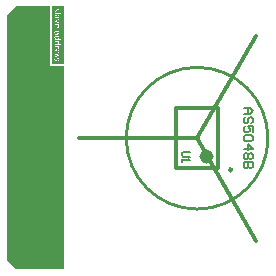
<source format=gto>
G04 Layer_Color=65535*
%FSLAX25Y25*%
%MOIN*%
G70*
G01*
G75*
%ADD11C,0.01200*%
%ADD12C,0.01000*%
%ADD22C,0.02362*%
%ADD23C,0.00984*%
%ADD24C,0.00600*%
G36*
X328027Y279873D02*
X324170D01*
Y299000D01*
X328027D01*
Y279873D01*
D02*
G37*
G36*
X323500Y299000D02*
X323500Y279000D01*
X328000Y279000D01*
X328000Y211262D01*
X312261D01*
X309000Y214233D01*
X309000Y296000D01*
X312000Y299000D01*
X323500Y299000D01*
D02*
G37*
%LPC*%
G36*
X325770Y287440D02*
X325681D01*
X325629Y287437D01*
X325577Y287429D01*
X325533Y287426D01*
X325496Y287418D01*
X325466Y287415D01*
X325448Y287411D01*
X325440D01*
X325389Y287396D01*
X325344Y287381D01*
X325300Y287363D01*
X325266Y287348D01*
X325237Y287333D01*
X325215Y287322D01*
X325200Y287315D01*
X325196Y287311D01*
X325159Y287281D01*
X325126Y287252D01*
X325096Y287222D01*
X325074Y287193D01*
X325056Y287167D01*
X325041Y287148D01*
X325033Y287133D01*
X325030Y287130D01*
X325011Y287085D01*
X324996Y287037D01*
X324985Y286993D01*
X324978Y286948D01*
X324974Y286911D01*
X324970Y286882D01*
Y286863D01*
Y286856D01*
X324974Y286804D01*
X324981Y286752D01*
X324993Y286708D01*
X325004Y286667D01*
X325015Y286634D01*
X325026Y286612D01*
X325033Y286593D01*
X325037Y286589D01*
X325067Y286545D01*
X325096Y286501D01*
X325130Y286460D01*
X325159Y286427D01*
X325189Y286397D01*
X325211Y286371D01*
X325226Y286356D01*
X325229Y286353D01*
X325037D01*
X325022Y286349D01*
X325015D01*
X325004Y286334D01*
X325000Y286330D01*
Y286327D01*
X324996Y286301D01*
X324993Y286293D01*
Y286290D01*
X324989Y286271D01*
Y286253D01*
Y286238D01*
Y286234D01*
Y286212D01*
X324993Y286193D01*
Y286182D01*
Y286179D01*
X324996Y286164D01*
Y286153D01*
X325000Y286149D01*
Y286145D01*
X325007Y286127D01*
X325011Y286123D01*
X325030Y286116D01*
X327168D01*
X327183Y286120D01*
X327187Y286123D01*
X327198Y286138D01*
X327202Y286142D01*
Y286145D01*
X327205Y286157D01*
X327209Y286171D01*
X327213Y286182D01*
Y286186D01*
X327216Y286208D01*
X327220Y286230D01*
Y286245D01*
Y286249D01*
Y286253D01*
Y286279D01*
X327216Y286297D01*
X327213Y286312D01*
Y286316D01*
X327209Y286334D01*
X327205Y286345D01*
X327202Y286353D01*
Y286356D01*
X327194Y286371D01*
X327190Y286379D01*
X327187D01*
X327176Y286382D01*
X326332D01*
X326369Y286419D01*
X326402Y286460D01*
X326432Y286493D01*
X326454Y286526D01*
X326473Y286552D01*
X326484Y286575D01*
X326491Y286589D01*
X326495Y286593D01*
X326513Y286634D01*
X326528Y286671D01*
X326536Y286712D01*
X326543Y286745D01*
X326547Y286778D01*
X326550Y286800D01*
Y286815D01*
Y286823D01*
X326547Y286878D01*
X326543Y286930D01*
X326532Y286974D01*
X326521Y287015D01*
X326510Y287048D01*
X326502Y287070D01*
X326495Y287089D01*
X326491Y287093D01*
X326469Y287133D01*
X326443Y287170D01*
X326417Y287204D01*
X326388Y287233D01*
X326365Y287255D01*
X326347Y287270D01*
X326332Y287281D01*
X326328Y287285D01*
X326288Y287311D01*
X326243Y287337D01*
X326203Y287355D01*
X326162Y287374D01*
X326125Y287385D01*
X326099Y287396D01*
X326080Y287400D01*
X326073Y287403D01*
X325958Y287426D01*
X325903Y287433D01*
X325851Y287437D01*
X325807D01*
X325770Y287440D01*
D02*
G37*
G36*
Y289161D02*
X325681D01*
X325629Y289157D01*
X325577Y289150D01*
X325533Y289146D01*
X325496Y289139D01*
X325466Y289135D01*
X325448Y289131D01*
X325440D01*
X325389Y289117D01*
X325344Y289102D01*
X325300Y289083D01*
X325266Y289068D01*
X325237Y289054D01*
X325215Y289042D01*
X325200Y289035D01*
X325196Y289031D01*
X325159Y289002D01*
X325126Y288972D01*
X325096Y288943D01*
X325074Y288913D01*
X325056Y288887D01*
X325041Y288869D01*
X325033Y288854D01*
X325030Y288850D01*
X325011Y288806D01*
X324996Y288758D01*
X324985Y288713D01*
X324978Y288669D01*
X324974Y288632D01*
X324970Y288602D01*
Y288584D01*
Y288576D01*
X324974Y288525D01*
X324981Y288473D01*
X324993Y288428D01*
X325004Y288388D01*
X325015Y288354D01*
X325026Y288332D01*
X325033Y288314D01*
X325037Y288310D01*
X325067Y288265D01*
X325096Y288221D01*
X325130Y288180D01*
X325159Y288147D01*
X325189Y288118D01*
X325211Y288092D01*
X325226Y288077D01*
X325229Y288073D01*
X325037D01*
X325022Y288069D01*
X325015D01*
X325004Y288055D01*
X325000Y288051D01*
Y288047D01*
X324996Y288021D01*
X324993Y288014D01*
Y288010D01*
X324989Y287992D01*
Y287973D01*
Y287958D01*
Y287955D01*
Y287932D01*
X324993Y287914D01*
Y287903D01*
Y287899D01*
X324996Y287884D01*
Y287873D01*
X325000Y287870D01*
Y287866D01*
X325007Y287847D01*
X325011Y287844D01*
X325030Y287836D01*
X327168D01*
X327183Y287840D01*
X327187Y287844D01*
X327198Y287859D01*
X327202Y287862D01*
Y287866D01*
X327205Y287877D01*
X327209Y287892D01*
X327213Y287903D01*
Y287907D01*
X327216Y287929D01*
X327220Y287951D01*
Y287966D01*
Y287969D01*
Y287973D01*
Y287999D01*
X327216Y288018D01*
X327213Y288032D01*
Y288036D01*
X327209Y288055D01*
X327205Y288066D01*
X327202Y288073D01*
Y288077D01*
X327194Y288092D01*
X327190Y288099D01*
X327187D01*
X327176Y288103D01*
X326332D01*
X326369Y288140D01*
X326402Y288180D01*
X326432Y288214D01*
X326454Y288247D01*
X326473Y288273D01*
X326484Y288295D01*
X326491Y288310D01*
X326495Y288314D01*
X326513Y288354D01*
X326528Y288391D01*
X326536Y288432D01*
X326543Y288465D01*
X326547Y288499D01*
X326550Y288521D01*
Y288536D01*
Y288543D01*
X326547Y288598D01*
X326543Y288650D01*
X326532Y288695D01*
X326521Y288735D01*
X326510Y288769D01*
X326502Y288791D01*
X326495Y288809D01*
X326491Y288813D01*
X326469Y288854D01*
X326443Y288891D01*
X326417Y288924D01*
X326388Y288954D01*
X326365Y288976D01*
X326347Y288991D01*
X326332Y289002D01*
X326328Y289005D01*
X326288Y289031D01*
X326243Y289057D01*
X326203Y289076D01*
X326162Y289094D01*
X326125Y289105D01*
X326099Y289117D01*
X326080Y289120D01*
X326073Y289124D01*
X325958Y289146D01*
X325903Y289154D01*
X325851Y289157D01*
X325807D01*
X325770Y289161D01*
D02*
G37*
G36*
X325426Y290733D02*
X325407D01*
X325333Y290730D01*
X325303Y290722D01*
X325277Y290715D01*
X325252Y290711D01*
X325237Y290704D01*
X325226Y290700D01*
X325222D01*
X325167Y290670D01*
X325141Y290652D01*
X325122Y290637D01*
X325104Y290622D01*
X325093Y290611D01*
X325085Y290604D01*
X325081Y290600D01*
X325044Y290548D01*
X325019Y290497D01*
X325011Y290478D01*
X325004Y290460D01*
X325000Y290448D01*
Y290445D01*
X324981Y290374D01*
X324978Y290337D01*
X324974Y290308D01*
X324970Y290278D01*
Y290256D01*
Y290241D01*
Y290238D01*
X324974Y290190D01*
X324978Y290145D01*
X324985Y290104D01*
X324996Y290067D01*
X325007Y290038D01*
X325015Y290012D01*
X325019Y289997D01*
X325022Y289993D01*
X325044Y289949D01*
X325070Y289912D01*
X325096Y289875D01*
X325122Y289842D01*
X325144Y289820D01*
X325163Y289797D01*
X325174Y289786D01*
X325178Y289783D01*
X325033D01*
X325022Y289779D01*
X325015Y289775D01*
X325007Y289771D01*
X325004Y289760D01*
X325000Y289749D01*
X324996Y289738D01*
Y289734D01*
X324993Y289712D01*
X324989Y289690D01*
Y289675D01*
Y289668D01*
Y289642D01*
X324993Y289620D01*
X324996Y289609D01*
Y289605D01*
X325000Y289586D01*
X325004Y289575D01*
X325007Y289572D01*
Y289568D01*
X325015Y289561D01*
X325022Y289553D01*
X326055D01*
X326099Y289557D01*
X326140Y289564D01*
X326173Y289568D01*
X326203Y289575D01*
X326221Y289583D01*
X326236Y289586D01*
X326239D01*
X326276Y289598D01*
X326310Y289612D01*
X326339Y289631D01*
X326365Y289646D01*
X326384Y289660D01*
X326399Y289671D01*
X326406Y289679D01*
X326410Y289683D01*
X326432Y289708D01*
X326454Y289738D01*
X326487Y289797D01*
X326499Y289823D01*
X326506Y289842D01*
X326513Y289857D01*
Y289860D01*
X326524Y289901D01*
X326536Y289945D01*
X326543Y289990D01*
X326547Y290030D01*
X326550Y290067D01*
Y290097D01*
Y290115D01*
Y290123D01*
X326547Y290182D01*
X326543Y290212D01*
Y290234D01*
X326539Y290256D01*
X326536Y290271D01*
X326532Y290282D01*
Y290286D01*
X326521Y290345D01*
X326513Y290371D01*
X326510Y290393D01*
X326502Y290411D01*
X326499Y290426D01*
X326495Y290434D01*
Y290437D01*
X326476Y290486D01*
X326462Y290523D01*
X326454Y290537D01*
X326447Y290548D01*
X326443Y290556D01*
Y290560D01*
X326425Y290593D01*
X326410Y290615D01*
X326399Y290630D01*
X326395Y290634D01*
X326380Y290645D01*
X326365Y290652D01*
X326354Y290659D01*
X326350D01*
X326332Y290663D01*
X326243D01*
X326221Y290656D01*
X326214Y290652D01*
X326210D01*
X326195Y290641D01*
X326191Y290637D01*
X326188Y290619D01*
Y290615D01*
Y290611D01*
X326191Y290597D01*
X326199Y290578D01*
X326206Y290563D01*
X326210Y290556D01*
X326228Y290523D01*
X326243Y290489D01*
X326251Y290478D01*
X326254Y290467D01*
X326258Y290460D01*
Y290456D01*
X326280Y290411D01*
X326295Y290367D01*
X326302Y290349D01*
X326306Y290334D01*
X326310Y290326D01*
Y290323D01*
X326325Y290264D01*
X326332Y290204D01*
X326336Y290182D01*
Y290164D01*
Y290149D01*
Y290145D01*
X326332Y290082D01*
X326328Y290056D01*
X326325Y290034D01*
X326321Y290019D01*
X326317Y290004D01*
X326313Y289997D01*
Y289993D01*
X326295Y289953D01*
X326273Y289919D01*
X326254Y289901D01*
X326251Y289894D01*
X326247D01*
X326214Y289868D01*
X326177Y289849D01*
X326162Y289842D01*
X326151Y289838D01*
X326143Y289834D01*
X326140D01*
X326092Y289823D01*
X326043Y289820D01*
X326025Y289816D01*
X325884D01*
Y290016D01*
Y290075D01*
X325881Y290134D01*
X325877Y290186D01*
X325869Y290230D01*
X325866Y290267D01*
X325858Y290293D01*
X325855Y290312D01*
Y290319D01*
X325844Y290367D01*
X325829Y290411D01*
X325814Y290448D01*
X325799Y290482D01*
X325788Y290508D01*
X325777Y290526D01*
X325770Y290541D01*
X325766Y290545D01*
X325744Y290578D01*
X325718Y290604D01*
X325692Y290630D01*
X325670Y290648D01*
X325647Y290667D01*
X325629Y290678D01*
X325618Y290682D01*
X325614Y290685D01*
X325581Y290700D01*
X325544Y290711D01*
X325511Y290722D01*
X325477Y290726D01*
X325448Y290730D01*
X325426Y290733D01*
D02*
G37*
G36*
X326484Y285627D02*
X325037D01*
X325022Y285624D01*
X325015D01*
X325004Y285609D01*
X325000Y285605D01*
Y285601D01*
X324996Y285576D01*
X324993Y285568D01*
Y285564D01*
X324989Y285542D01*
Y285520D01*
Y285505D01*
Y285498D01*
Y285472D01*
X324993Y285450D01*
Y285439D01*
Y285435D01*
X324996Y285417D01*
Y285405D01*
X325000Y285398D01*
Y285394D01*
X325011Y285376D01*
X325015Y285372D01*
X325030Y285365D01*
X325984D01*
X326043Y285324D01*
X326069Y285309D01*
X326092Y285294D01*
X326110Y285283D01*
X326121Y285272D01*
X326129Y285268D01*
X326132Y285265D01*
X326173Y285231D01*
X326206Y285202D01*
X326225Y285183D01*
X326232Y285176D01*
X326254Y285143D01*
X326273Y285117D01*
X326280Y285102D01*
X326284Y285095D01*
X326295Y285065D01*
X326299Y285043D01*
X326302Y285024D01*
Y285017D01*
Y284995D01*
X326299Y284973D01*
X326295Y284958D01*
Y284954D01*
X326291Y284932D01*
X326284Y284917D01*
X326280Y284906D01*
Y284902D01*
X326276Y284887D01*
X326269Y284873D01*
X326265Y284865D01*
Y284861D01*
X326258Y284839D01*
Y284832D01*
Y284828D01*
X326262Y284813D01*
X326265Y284810D01*
X326280Y284802D01*
X326284Y284799D01*
X326288D01*
X326313Y284791D01*
X326325D01*
X326343Y284788D01*
X326425D01*
X326436Y284791D01*
X326465D01*
X326469Y284795D01*
X326487D01*
X326491Y284799D01*
X326502Y284806D01*
X326506Y284810D01*
Y284813D01*
X326513Y284821D01*
X326517Y284832D01*
X326521Y284843D01*
Y284847D01*
X326528Y284865D01*
X326532Y284880D01*
X326536Y284895D01*
Y284898D01*
X326539Y284917D01*
X326543Y284935D01*
X326547Y284947D01*
Y284950D01*
X326550Y284969D01*
Y284984D01*
Y284995D01*
Y284998D01*
X326547Y285032D01*
X326543Y285061D01*
X326539Y285084D01*
X326536Y285087D01*
Y285091D01*
X326524Y285124D01*
X326510Y285154D01*
X326495Y285176D01*
X326491Y285180D01*
Y285183D01*
X326465Y285217D01*
X326439Y285246D01*
X326417Y285272D01*
X326410Y285276D01*
X326406Y285280D01*
X326362Y285320D01*
X326317Y285354D01*
X326295Y285368D01*
X326280Y285380D01*
X326269Y285387D01*
X326265Y285391D01*
X326476D01*
X326495Y285394D01*
X326499Y285398D01*
X326506Y285402D01*
X326510Y285409D01*
X326513Y285413D01*
Y285417D01*
X326517Y285428D01*
X326521Y285439D01*
X326524Y285450D01*
Y285454D01*
X326528Y285472D01*
Y285490D01*
Y285502D01*
Y285509D01*
Y285535D01*
Y285553D01*
X326524Y285564D01*
Y285568D01*
X326521Y285583D01*
X326517Y285594D01*
X326513Y285601D01*
Y285605D01*
X326510Y285613D01*
X326502Y285620D01*
X326499Y285624D01*
X326484Y285627D01*
D02*
G37*
G36*
X325263Y281691D02*
X325174D01*
X325152Y281687D01*
X325133Y281683D01*
X325130D01*
X325111Y281676D01*
X325096Y281668D01*
X325089Y281665D01*
X325085Y281661D01*
X325074Y281646D01*
X325063Y281628D01*
X325052Y281613D01*
X325048Y281606D01*
X325033Y281572D01*
X325022Y281543D01*
X325015Y281517D01*
X325011Y281513D01*
Y281509D01*
X325000Y281465D01*
X324993Y281428D01*
X324989Y281409D01*
Y281398D01*
X324985Y281391D01*
Y281387D01*
X324978Y281335D01*
X324974Y281287D01*
X324970Y281269D01*
Y281254D01*
Y281243D01*
Y281239D01*
Y281195D01*
X324974Y281150D01*
X324981Y281110D01*
X324985Y281076D01*
X324993Y281050D01*
X324996Y281028D01*
X325000Y281013D01*
Y281010D01*
X325011Y280973D01*
X325026Y280940D01*
X325041Y280906D01*
X325056Y280880D01*
X325070Y280862D01*
X325078Y280847D01*
X325085Y280836D01*
X325089Y280832D01*
X325137Y280784D01*
X325185Y280747D01*
X325203Y280736D01*
X325218Y280725D01*
X325229Y280717D01*
X325233D01*
X325266Y280703D01*
X325300Y280692D01*
X325333Y280684D01*
X325363Y280677D01*
X325389D01*
X325411Y280673D01*
X325429D01*
X325492Y280677D01*
X325522Y280684D01*
X325544Y280688D01*
X325562Y280695D01*
X325577Y280703D01*
X325585Y280706D01*
X325588D01*
X325636Y280732D01*
X325673Y280758D01*
X325684Y280769D01*
X325696Y280780D01*
X325699Y280784D01*
X325703Y280788D01*
X325736Y280828D01*
X325762Y280866D01*
X325770Y280884D01*
X325777Y280895D01*
X325784Y280903D01*
Y280906D01*
X325810Y280954D01*
X325829Y280999D01*
X325836Y281013D01*
X325844Y281028D01*
X325847Y281036D01*
Y281039D01*
X325866Y281087D01*
X325884Y281132D01*
X325888Y281147D01*
X325895Y281161D01*
X325899Y281169D01*
Y281173D01*
X325918Y281221D01*
X325936Y281258D01*
X325943Y281273D01*
X325951Y281280D01*
X325955Y281287D01*
Y281291D01*
X325980Y281324D01*
X326003Y281350D01*
X326021Y281365D01*
X326029Y281372D01*
X326066Y281391D01*
X326099Y281398D01*
X326114Y281402D01*
X326136D01*
X326169Y281398D01*
X326195Y281395D01*
X326210Y281391D01*
X326217Y281387D01*
X326243Y281372D01*
X326265Y281358D01*
X326280Y281343D01*
X326284Y281339D01*
X326302Y281313D01*
X326317Y281284D01*
X326325Y281261D01*
X326328Y281258D01*
Y281254D01*
X326339Y281213D01*
X326343Y281176D01*
X326347Y281158D01*
Y281147D01*
Y281139D01*
Y281136D01*
X326343Y281084D01*
X326339Y281039D01*
X326336Y281025D01*
X326332Y281013D01*
X326328Y281006D01*
Y281002D01*
X326313Y280962D01*
X326302Y280928D01*
X326291Y280910D01*
X326288Y280903D01*
X326273Y280873D01*
X326262Y280851D01*
X326254Y280836D01*
X326251Y280832D01*
X326243Y280814D01*
X326239Y280803D01*
X326236Y280795D01*
Y280791D01*
X326239Y280777D01*
Y280773D01*
X326251Y280766D01*
X326258Y280762D01*
X326276Y280754D01*
X326284Y280751D01*
X326288D01*
X326306Y280747D01*
X326369D01*
X326376Y280751D01*
X326380D01*
X326402Y280754D01*
X326406Y280758D01*
X326410D01*
X326425Y280762D01*
X326432Y280766D01*
X326439Y280769D01*
X326447Y280777D01*
X326454Y280784D01*
Y280788D01*
X326465Y280803D01*
X326473Y280817D01*
X326480Y280828D01*
X326484Y280836D01*
X326495Y280862D01*
X326506Y280888D01*
X326510Y280910D01*
X326513Y280914D01*
Y280917D01*
X326524Y280951D01*
X326532Y280984D01*
X326536Y280999D01*
X326539Y281010D01*
Y281017D01*
Y281021D01*
X326547Y281062D01*
X326550Y281099D01*
Y281110D01*
Y281121D01*
Y281128D01*
Y281132D01*
Y281180D01*
X326543Y281224D01*
X326539Y281265D01*
X326532Y281298D01*
X326524Y281328D01*
X326521Y281347D01*
X326513Y281361D01*
Y281365D01*
X326484Y281432D01*
X326469Y281457D01*
X326454Y281483D01*
X326443Y281502D01*
X326432Y281517D01*
X326425Y281524D01*
X326421Y281528D01*
X326376Y281569D01*
X326332Y281598D01*
X326313Y281609D01*
X326299Y281617D01*
X326288Y281624D01*
X326284D01*
X326225Y281643D01*
X326173Y281650D01*
X326151Y281654D01*
X326121D01*
X326055Y281650D01*
X326025Y281643D01*
X326003Y281639D01*
X325980Y281631D01*
X325966Y281628D01*
X325958Y281624D01*
X325955D01*
X325906Y281598D01*
X325869Y281572D01*
X325855Y281561D01*
X325847Y281550D01*
X325840Y281546D01*
X325836Y281543D01*
X325803Y281502D01*
X325777Y281465D01*
X325770Y281450D01*
X325762Y281439D01*
X325755Y281432D01*
Y281428D01*
X325733Y281380D01*
X325710Y281335D01*
X325703Y281321D01*
X325696Y281306D01*
X325692Y281298D01*
Y281295D01*
X325673Y281243D01*
X325655Y281202D01*
X325651Y281184D01*
X325644Y281173D01*
X325640Y281165D01*
Y281161D01*
X325622Y281117D01*
X325603Y281080D01*
X325596Y281065D01*
X325592Y281054D01*
X325585Y281050D01*
Y281047D01*
X325562Y281013D01*
X325536Y280988D01*
X325518Y280969D01*
X325514Y280965D01*
X325511D01*
X325477Y280947D01*
X325444Y280936D01*
X325433Y280932D01*
X325411D01*
X325370Y280936D01*
X325337Y280943D01*
X325314Y280951D01*
X325311Y280954D01*
X325307D01*
X325277Y280973D01*
X325255Y280995D01*
X325237Y281010D01*
X325233Y281013D01*
Y281017D01*
X325215Y281050D01*
X325203Y281080D01*
X325196Y281102D01*
X325192Y281110D01*
Y281113D01*
X325185Y281154D01*
X325181Y281191D01*
Y281210D01*
Y281221D01*
Y281228D01*
Y281232D01*
X325185Y281295D01*
X325189Y281324D01*
X325192Y281347D01*
Y281369D01*
X325196Y281383D01*
X325200Y281391D01*
Y281395D01*
X325218Y281443D01*
X325233Y281480D01*
X325240Y281494D01*
X325244Y281502D01*
X325248Y281509D01*
Y281513D01*
X325266Y281546D01*
X325281Y281572D01*
X325292Y281591D01*
X325296Y281598D01*
X325311Y281620D01*
X325314Y281635D01*
X325318Y281643D01*
Y281646D01*
X325314Y281661D01*
X325311Y281665D01*
Y281668D01*
X325307Y281672D01*
X325300Y281680D01*
X325296Y281683D01*
X325292D01*
X325281Y281687D01*
X325270D01*
X325263Y281691D01*
D02*
G37*
G36*
Y282971D02*
X325174D01*
X325152Y282967D01*
X325133Y282963D01*
X325130D01*
X325111Y282956D01*
X325096Y282949D01*
X325089Y282945D01*
X325085Y282941D01*
X325074Y282926D01*
X325063Y282908D01*
X325052Y282893D01*
X325048Y282886D01*
X325033Y282852D01*
X325022Y282823D01*
X325015Y282797D01*
X325011Y282793D01*
Y282789D01*
X325000Y282745D01*
X324993Y282708D01*
X324989Y282690D01*
Y282679D01*
X324985Y282671D01*
Y282667D01*
X324978Y282616D01*
X324974Y282568D01*
X324970Y282549D01*
Y282534D01*
Y282523D01*
Y282519D01*
Y282475D01*
X324974Y282431D01*
X324981Y282390D01*
X324985Y282357D01*
X324993Y282331D01*
X324996Y282309D01*
X325000Y282294D01*
Y282290D01*
X325011Y282253D01*
X325026Y282220D01*
X325041Y282186D01*
X325056Y282160D01*
X325070Y282142D01*
X325078Y282127D01*
X325085Y282116D01*
X325089Y282112D01*
X325137Y282064D01*
X325185Y282027D01*
X325203Y282016D01*
X325218Y282005D01*
X325229Y281998D01*
X325233D01*
X325266Y281983D01*
X325300Y281972D01*
X325333Y281964D01*
X325363Y281957D01*
X325389D01*
X325411Y281953D01*
X325429D01*
X325492Y281957D01*
X325522Y281964D01*
X325544Y281968D01*
X325562Y281976D01*
X325577Y281983D01*
X325585Y281987D01*
X325588D01*
X325636Y282013D01*
X325673Y282038D01*
X325684Y282049D01*
X325696Y282061D01*
X325699Y282064D01*
X325703Y282068D01*
X325736Y282109D01*
X325762Y282146D01*
X325770Y282164D01*
X325777Y282175D01*
X325784Y282183D01*
Y282186D01*
X325810Y282235D01*
X325829Y282279D01*
X325836Y282294D01*
X325844Y282309D01*
X325847Y282316D01*
Y282320D01*
X325866Y282368D01*
X325884Y282412D01*
X325888Y282427D01*
X325895Y282442D01*
X325899Y282449D01*
Y282453D01*
X325918Y282501D01*
X325936Y282538D01*
X325943Y282553D01*
X325951Y282560D01*
X325955Y282568D01*
Y282571D01*
X325980Y282605D01*
X326003Y282630D01*
X326021Y282645D01*
X326029Y282653D01*
X326066Y282671D01*
X326099Y282679D01*
X326114Y282682D01*
X326136D01*
X326169Y282679D01*
X326195Y282675D01*
X326210Y282671D01*
X326217Y282667D01*
X326243Y282653D01*
X326265Y282638D01*
X326280Y282623D01*
X326284Y282619D01*
X326302Y282593D01*
X326317Y282564D01*
X326325Y282542D01*
X326328Y282538D01*
Y282534D01*
X326339Y282493D01*
X326343Y282456D01*
X326347Y282438D01*
Y282427D01*
Y282419D01*
Y282416D01*
X326343Y282364D01*
X326339Y282320D01*
X326336Y282305D01*
X326332Y282294D01*
X326328Y282286D01*
Y282283D01*
X326313Y282242D01*
X326302Y282209D01*
X326291Y282190D01*
X326288Y282183D01*
X326273Y282153D01*
X326262Y282131D01*
X326254Y282116D01*
X326251Y282112D01*
X326243Y282094D01*
X326239Y282083D01*
X326236Y282075D01*
Y282072D01*
X326239Y282057D01*
Y282053D01*
X326251Y282046D01*
X326258Y282042D01*
X326276Y282035D01*
X326284Y282031D01*
X326288D01*
X326306Y282027D01*
X326369D01*
X326376Y282031D01*
X326380D01*
X326402Y282035D01*
X326406Y282038D01*
X326410D01*
X326425Y282042D01*
X326432Y282046D01*
X326439Y282049D01*
X326447Y282057D01*
X326454Y282064D01*
Y282068D01*
X326465Y282083D01*
X326473Y282098D01*
X326480Y282109D01*
X326484Y282116D01*
X326495Y282142D01*
X326506Y282168D01*
X326510Y282190D01*
X326513Y282194D01*
Y282197D01*
X326524Y282231D01*
X326532Y282264D01*
X326536Y282279D01*
X326539Y282290D01*
Y282297D01*
Y282301D01*
X326547Y282342D01*
X326550Y282379D01*
Y282390D01*
Y282401D01*
Y282408D01*
Y282412D01*
Y282460D01*
X326543Y282505D01*
X326539Y282545D01*
X326532Y282579D01*
X326524Y282608D01*
X326521Y282627D01*
X326513Y282642D01*
Y282645D01*
X326484Y282712D01*
X326469Y282738D01*
X326454Y282764D01*
X326443Y282782D01*
X326432Y282797D01*
X326425Y282804D01*
X326421Y282808D01*
X326376Y282849D01*
X326332Y282878D01*
X326313Y282889D01*
X326299Y282897D01*
X326288Y282904D01*
X326284D01*
X326225Y282923D01*
X326173Y282930D01*
X326151Y282934D01*
X326121D01*
X326055Y282930D01*
X326025Y282923D01*
X326003Y282919D01*
X325980Y282912D01*
X325966Y282908D01*
X325958Y282904D01*
X325955D01*
X325906Y282878D01*
X325869Y282852D01*
X325855Y282841D01*
X325847Y282830D01*
X325840Y282826D01*
X325836Y282823D01*
X325803Y282782D01*
X325777Y282745D01*
X325770Y282730D01*
X325762Y282719D01*
X325755Y282712D01*
Y282708D01*
X325733Y282660D01*
X325710Y282616D01*
X325703Y282601D01*
X325696Y282586D01*
X325692Y282579D01*
Y282575D01*
X325673Y282523D01*
X325655Y282482D01*
X325651Y282464D01*
X325644Y282453D01*
X325640Y282445D01*
Y282442D01*
X325622Y282397D01*
X325603Y282360D01*
X325596Y282346D01*
X325592Y282334D01*
X325585Y282331D01*
Y282327D01*
X325562Y282294D01*
X325536Y282268D01*
X325518Y282249D01*
X325514Y282246D01*
X325511D01*
X325477Y282227D01*
X325444Y282216D01*
X325433Y282212D01*
X325411D01*
X325370Y282216D01*
X325337Y282223D01*
X325314Y282231D01*
X325311Y282235D01*
X325307D01*
X325277Y282253D01*
X325255Y282275D01*
X325237Y282290D01*
X325233Y282294D01*
Y282297D01*
X325215Y282331D01*
X325203Y282360D01*
X325196Y282382D01*
X325192Y282390D01*
Y282394D01*
X325185Y282434D01*
X325181Y282471D01*
Y282490D01*
Y282501D01*
Y282508D01*
Y282512D01*
X325185Y282575D01*
X325189Y282605D01*
X325192Y282627D01*
Y282649D01*
X325196Y282664D01*
X325200Y282671D01*
Y282675D01*
X325218Y282723D01*
X325233Y282760D01*
X325240Y282775D01*
X325244Y282782D01*
X325248Y282789D01*
Y282793D01*
X325266Y282826D01*
X325281Y282852D01*
X325292Y282871D01*
X325296Y282878D01*
X325311Y282901D01*
X325314Y282915D01*
X325318Y282923D01*
Y282926D01*
X325314Y282941D01*
X325311Y282945D01*
Y282949D01*
X325307Y282952D01*
X325300Y282960D01*
X325296Y282963D01*
X325292D01*
X325281Y282967D01*
X325270D01*
X325263Y282971D01*
D02*
G37*
G36*
X325781Y284580D02*
X325751D01*
X325681Y284577D01*
X325614Y284573D01*
X325555Y284565D01*
X325507Y284558D01*
X325463Y284551D01*
X325433Y284543D01*
X325414Y284536D01*
X325407D01*
X325355Y284517D01*
X325307Y284495D01*
X325266Y284473D01*
X325229Y284451D01*
X325203Y284429D01*
X325181Y284414D01*
X325167Y284403D01*
X325163Y284399D01*
X325130Y284362D01*
X325100Y284325D01*
X325074Y284288D01*
X325056Y284251D01*
X325041Y284221D01*
X325026Y284195D01*
X325022Y284181D01*
X325019Y284173D01*
X325004Y284121D01*
X324993Y284070D01*
X324981Y284018D01*
X324978Y283966D01*
X324974Y283925D01*
X324970Y283892D01*
Y283870D01*
Y283866D01*
Y283862D01*
X324974Y283788D01*
Y283755D01*
X324978Y283726D01*
X324981Y283703D01*
Y283685D01*
X324985Y283674D01*
Y283670D01*
X324996Y283607D01*
X325004Y283578D01*
X325007Y283555D01*
X325011Y283537D01*
X325015Y283522D01*
X325019Y283515D01*
Y283511D01*
X325033Y283463D01*
X325044Y283426D01*
X325048Y283415D01*
X325052Y283404D01*
X325056Y283400D01*
Y283396D01*
X325070Y283370D01*
X325078Y283352D01*
X325085Y283345D01*
X325096Y283337D01*
X325100Y283333D01*
X325115Y283326D01*
X325122Y283322D01*
X325144Y283319D01*
X325152D01*
X325178Y283315D01*
X325226D01*
X325233Y283319D01*
X325237D01*
X325259Y283322D01*
X325263Y283326D01*
X325266D01*
X325281Y283333D01*
X325285Y283337D01*
Y283341D01*
X325292Y283352D01*
Y283356D01*
Y283359D01*
X325289Y283378D01*
X325285Y283396D01*
X325277Y283411D01*
X325274Y283415D01*
Y283418D01*
X325263Y283448D01*
X325252Y283481D01*
X325240Y283504D01*
X325237Y283511D01*
Y283515D01*
X325222Y283563D01*
X325211Y283607D01*
X325207Y283626D01*
X325203Y283641D01*
X325200Y283652D01*
Y283655D01*
X325192Y283715D01*
X325189Y283774D01*
X325185Y283800D01*
Y283818D01*
Y283833D01*
Y283837D01*
Y283885D01*
X325189Y283925D01*
X325196Y283962D01*
X325203Y283996D01*
X325207Y284022D01*
X325215Y284044D01*
X325218Y284055D01*
Y284059D01*
X325252Y284118D01*
X325266Y284144D01*
X325285Y284162D01*
X325300Y284181D01*
X325311Y284192D01*
X325318Y284199D01*
X325322Y284203D01*
X325377Y284240D01*
X325433Y284266D01*
X325455Y284273D01*
X325474Y284281D01*
X325485Y284284D01*
X325488D01*
X325562Y284295D01*
X325599Y284303D01*
X325633D01*
X325662Y284307D01*
X325707D01*
Y283359D01*
X325710Y283330D01*
X325722Y283308D01*
X325729Y283293D01*
X325733Y283289D01*
X325759Y283271D01*
X325788Y283259D01*
X325810Y283256D01*
X325921D01*
X325969Y283263D01*
X326014Y283267D01*
X326055Y283274D01*
X326088Y283282D01*
X326110Y283285D01*
X326129Y283293D01*
X326132D01*
X326177Y283308D01*
X326217Y283326D01*
X326254Y283345D01*
X326284Y283363D01*
X326310Y283382D01*
X326332Y283396D01*
X326343Y283404D01*
X326347Y283407D01*
X326380Y283437D01*
X326410Y283470D01*
X326436Y283504D01*
X326454Y283533D01*
X326473Y283559D01*
X326484Y283581D01*
X326491Y283600D01*
X326495Y283604D01*
X326513Y283652D01*
X326528Y283700D01*
X326536Y283748D01*
X326543Y283792D01*
X326547Y283833D01*
X326550Y283862D01*
Y283885D01*
Y283888D01*
Y283892D01*
X326547Y283951D01*
X326543Y284003D01*
X326532Y284055D01*
X326524Y284096D01*
X326513Y284133D01*
X326502Y284158D01*
X326499Y284173D01*
X326495Y284181D01*
X326473Y284225D01*
X326447Y284269D01*
X326421Y284307D01*
X326395Y284336D01*
X326373Y284362D01*
X326354Y284384D01*
X326339Y284395D01*
X326336Y284399D01*
X326295Y284429D01*
X326254Y284458D01*
X326210Y284480D01*
X326173Y284499D01*
X326136Y284517D01*
X326110Y284528D01*
X326092Y284532D01*
X326084Y284536D01*
X326029Y284551D01*
X325969Y284562D01*
X325914Y284569D01*
X325862Y284573D01*
X325818Y284577D01*
X325781Y284580D01*
D02*
G37*
G36*
X325426Y296150D02*
X325407D01*
X325333Y296146D01*
X325303Y296139D01*
X325277Y296132D01*
X325252Y296128D01*
X325237Y296121D01*
X325226Y296117D01*
X325222D01*
X325167Y296087D01*
X325141Y296069D01*
X325122Y296054D01*
X325104Y296039D01*
X325093Y296028D01*
X325085Y296021D01*
X325081Y296017D01*
X325044Y295965D01*
X325019Y295913D01*
X325011Y295895D01*
X325004Y295876D01*
X325000Y295865D01*
Y295862D01*
X324981Y295791D01*
X324978Y295754D01*
X324974Y295725D01*
X324970Y295695D01*
Y295673D01*
Y295658D01*
Y295654D01*
X324974Y295606D01*
X324978Y295562D01*
X324985Y295521D01*
X324996Y295484D01*
X325007Y295455D01*
X325015Y295429D01*
X325019Y295414D01*
X325022Y295410D01*
X325044Y295366D01*
X325070Y295329D01*
X325096Y295292D01*
X325122Y295258D01*
X325144Y295236D01*
X325163Y295214D01*
X325174Y295203D01*
X325178Y295199D01*
X325033D01*
X325022Y295196D01*
X325015Y295192D01*
X325007Y295188D01*
X325004Y295177D01*
X325000Y295166D01*
X324996Y295155D01*
Y295151D01*
X324993Y295129D01*
X324989Y295107D01*
Y295092D01*
Y295085D01*
Y295059D01*
X324993Y295037D01*
X324996Y295025D01*
Y295022D01*
X325000Y295003D01*
X325004Y294992D01*
X325007Y294988D01*
Y294985D01*
X325015Y294977D01*
X325022Y294970D01*
X326055D01*
X326099Y294974D01*
X326140Y294981D01*
X326173Y294985D01*
X326203Y294992D01*
X326221Y295000D01*
X326236Y295003D01*
X326239D01*
X326276Y295014D01*
X326310Y295029D01*
X326339Y295048D01*
X326365Y295062D01*
X326384Y295077D01*
X326399Y295088D01*
X326406Y295096D01*
X326410Y295099D01*
X326432Y295125D01*
X326454Y295155D01*
X326487Y295214D01*
X326499Y295240D01*
X326506Y295258D01*
X326513Y295273D01*
Y295277D01*
X326524Y295318D01*
X326536Y295362D01*
X326543Y295407D01*
X326547Y295447D01*
X326550Y295484D01*
Y295514D01*
Y295532D01*
Y295540D01*
X326547Y295599D01*
X326543Y295628D01*
Y295651D01*
X326539Y295673D01*
X326536Y295688D01*
X326532Y295699D01*
Y295703D01*
X326521Y295762D01*
X326513Y295788D01*
X326510Y295810D01*
X326502Y295828D01*
X326499Y295843D01*
X326495Y295850D01*
Y295854D01*
X326476Y295902D01*
X326462Y295939D01*
X326454Y295954D01*
X326447Y295965D01*
X326443Y295973D01*
Y295976D01*
X326425Y296010D01*
X326410Y296032D01*
X326399Y296047D01*
X326395Y296050D01*
X326380Y296061D01*
X326365Y296069D01*
X326354Y296076D01*
X326350D01*
X326332Y296080D01*
X326243D01*
X326221Y296073D01*
X326214Y296069D01*
X326210D01*
X326195Y296058D01*
X326191Y296054D01*
X326188Y296036D01*
Y296032D01*
Y296028D01*
X326191Y296013D01*
X326199Y295995D01*
X326206Y295980D01*
X326210Y295973D01*
X326228Y295939D01*
X326243Y295906D01*
X326251Y295895D01*
X326254Y295884D01*
X326258Y295876D01*
Y295873D01*
X326280Y295828D01*
X326295Y295784D01*
X326302Y295765D01*
X326306Y295751D01*
X326310Y295743D01*
Y295740D01*
X326325Y295680D01*
X326332Y295621D01*
X326336Y295599D01*
Y295580D01*
Y295566D01*
Y295562D01*
X326332Y295499D01*
X326328Y295473D01*
X326325Y295451D01*
X326321Y295436D01*
X326317Y295421D01*
X326313Y295414D01*
Y295410D01*
X326295Y295370D01*
X326273Y295336D01*
X326254Y295318D01*
X326251Y295310D01*
X326247D01*
X326214Y295284D01*
X326177Y295266D01*
X326162Y295258D01*
X326151Y295255D01*
X326143Y295251D01*
X326140D01*
X326092Y295240D01*
X326043Y295236D01*
X326025Y295233D01*
X325884D01*
Y295432D01*
Y295492D01*
X325881Y295551D01*
X325877Y295603D01*
X325869Y295647D01*
X325866Y295684D01*
X325858Y295710D01*
X325855Y295728D01*
Y295736D01*
X325844Y295784D01*
X325829Y295828D01*
X325814Y295865D01*
X325799Y295899D01*
X325788Y295924D01*
X325777Y295943D01*
X325770Y295958D01*
X325766Y295961D01*
X325744Y295995D01*
X325718Y296021D01*
X325692Y296047D01*
X325670Y296065D01*
X325647Y296084D01*
X325629Y296095D01*
X325618Y296098D01*
X325614Y296102D01*
X325581Y296117D01*
X325544Y296128D01*
X325511Y296139D01*
X325477Y296143D01*
X325448Y296146D01*
X325426Y296150D01*
D02*
G37*
G36*
X326487Y294674D02*
X326469D01*
X326454Y294670D01*
X326447D01*
X326425Y294663D01*
X326417Y294659D01*
X326413D01*
X325044Y294171D01*
X325026Y294160D01*
X325022Y294152D01*
X325019D01*
X325004Y294134D01*
X325000Y294126D01*
Y294123D01*
X324996Y294104D01*
Y294089D01*
X324993Y294075D01*
Y294071D01*
X324989Y294045D01*
Y294019D01*
Y293997D01*
Y293993D01*
Y293989D01*
Y293956D01*
X324993Y293934D01*
Y293915D01*
Y293912D01*
X324996Y293889D01*
Y293875D01*
X325000Y293864D01*
Y293860D01*
X325004Y293845D01*
X325007Y293834D01*
X325015Y293830D01*
Y293827D01*
X325033Y293812D01*
X325041Y293808D01*
X325044D01*
X326413Y293320D01*
X326428Y293316D01*
X326432Y293312D01*
X326447Y293309D01*
X326465D01*
X326476Y293305D01*
X326480D01*
X326495Y293309D01*
X326499Y293312D01*
X326506Y293316D01*
X326513Y293323D01*
X326517Y293327D01*
Y293331D01*
X326524Y293353D01*
Y293364D01*
Y293368D01*
X326528Y293386D01*
Y293405D01*
Y293420D01*
Y293427D01*
Y293457D01*
Y293479D01*
X326524Y293494D01*
Y293497D01*
X326521Y293516D01*
X326517Y293531D01*
X326513Y293538D01*
Y293542D01*
X326506Y293556D01*
X326502Y293564D01*
X326499D01*
X326484Y293571D01*
X326480Y293575D01*
X326476D01*
X325289Y293975D01*
X325270Y293978D01*
X325289Y293986D01*
X326476Y294393D01*
X326495Y294404D01*
X326499Y294408D01*
X326510Y294422D01*
X326513Y294426D01*
Y294430D01*
X326517Y294444D01*
X326521Y294456D01*
X326524Y294470D01*
Y294474D01*
X326528Y294496D01*
Y294518D01*
Y294537D01*
Y294541D01*
Y294544D01*
Y294570D01*
Y294589D01*
X326524Y294604D01*
Y294607D01*
Y294626D01*
X326521Y294637D01*
X326517Y294644D01*
Y294648D01*
X326510Y294663D01*
X326506Y294670D01*
X326502D01*
X326487Y294674D01*
D02*
G37*
G36*
X325263Y298200D02*
X325174D01*
X325152Y298196D01*
X325133Y298193D01*
X325130D01*
X325111Y298185D01*
X325096Y298178D01*
X325089Y298174D01*
X325085Y298170D01*
X325074Y298156D01*
X325063Y298137D01*
X325052Y298122D01*
X325048Y298115D01*
X325033Y298082D01*
X325022Y298052D01*
X325015Y298026D01*
X325011Y298022D01*
Y298019D01*
X325000Y297974D01*
X324993Y297937D01*
X324989Y297919D01*
Y297908D01*
X324985Y297900D01*
Y297897D01*
X324978Y297845D01*
X324974Y297797D01*
X324970Y297778D01*
Y297763D01*
Y297752D01*
Y297749D01*
Y297704D01*
X324974Y297660D01*
X324981Y297619D01*
X324985Y297586D01*
X324993Y297560D01*
X324996Y297538D01*
X325000Y297523D01*
Y297519D01*
X325011Y297482D01*
X325026Y297449D01*
X325041Y297416D01*
X325056Y297390D01*
X325070Y297371D01*
X325078Y297356D01*
X325085Y297345D01*
X325089Y297342D01*
X325137Y297293D01*
X325185Y297256D01*
X325203Y297245D01*
X325218Y297234D01*
X325229Y297227D01*
X325233D01*
X325266Y297212D01*
X325300Y297201D01*
X325333Y297194D01*
X325363Y297186D01*
X325389D01*
X325411Y297182D01*
X325429D01*
X325492Y297186D01*
X325522Y297194D01*
X325544Y297197D01*
X325562Y297205D01*
X325577Y297212D01*
X325585Y297216D01*
X325588D01*
X325636Y297242D01*
X325673Y297268D01*
X325684Y297279D01*
X325696Y297290D01*
X325699Y297293D01*
X325703Y297297D01*
X325736Y297338D01*
X325762Y297375D01*
X325770Y297393D01*
X325777Y297405D01*
X325784Y297412D01*
Y297416D01*
X325810Y297464D01*
X325829Y297508D01*
X325836Y297523D01*
X325844Y297538D01*
X325847Y297545D01*
Y297549D01*
X325866Y297597D01*
X325884Y297641D01*
X325888Y297656D01*
X325895Y297671D01*
X325899Y297678D01*
Y297682D01*
X325918Y297730D01*
X325936Y297767D01*
X325943Y297782D01*
X325951Y297789D01*
X325955Y297797D01*
Y297800D01*
X325980Y297834D01*
X326003Y297860D01*
X326021Y297874D01*
X326029Y297882D01*
X326066Y297900D01*
X326099Y297908D01*
X326114Y297911D01*
X326136D01*
X326169Y297908D01*
X326195Y297904D01*
X326210Y297900D01*
X326217Y297897D01*
X326243Y297882D01*
X326265Y297867D01*
X326280Y297852D01*
X326284Y297849D01*
X326302Y297823D01*
X326317Y297793D01*
X326325Y297771D01*
X326328Y297767D01*
Y297763D01*
X326339Y297723D01*
X326343Y297686D01*
X326347Y297667D01*
Y297656D01*
Y297649D01*
Y297645D01*
X326343Y297593D01*
X326339Y297549D01*
X326336Y297534D01*
X326332Y297523D01*
X326328Y297516D01*
Y297512D01*
X326313Y297471D01*
X326302Y297438D01*
X326291Y297419D01*
X326288Y297412D01*
X326273Y297382D01*
X326262Y297360D01*
X326254Y297345D01*
X326251Y297342D01*
X326243Y297323D01*
X326239Y297312D01*
X326236Y297305D01*
Y297301D01*
X326239Y297286D01*
Y297282D01*
X326251Y297275D01*
X326258Y297271D01*
X326276Y297264D01*
X326284Y297260D01*
X326288D01*
X326306Y297256D01*
X326369D01*
X326376Y297260D01*
X326380D01*
X326402Y297264D01*
X326406Y297268D01*
X326410D01*
X326425Y297271D01*
X326432Y297275D01*
X326439Y297279D01*
X326447Y297286D01*
X326454Y297293D01*
Y297297D01*
X326465Y297312D01*
X326473Y297327D01*
X326480Y297338D01*
X326484Y297345D01*
X326495Y297371D01*
X326506Y297397D01*
X326510Y297419D01*
X326513Y297423D01*
Y297427D01*
X326524Y297460D01*
X326532Y297493D01*
X326536Y297508D01*
X326539Y297519D01*
Y297527D01*
Y297530D01*
X326547Y297571D01*
X326550Y297608D01*
Y297619D01*
Y297630D01*
Y297638D01*
Y297641D01*
Y297689D01*
X326543Y297734D01*
X326539Y297775D01*
X326532Y297808D01*
X326524Y297837D01*
X326521Y297856D01*
X326513Y297871D01*
Y297874D01*
X326484Y297941D01*
X326469Y297967D01*
X326454Y297993D01*
X326443Y298011D01*
X326432Y298026D01*
X326425Y298033D01*
X326421Y298037D01*
X326376Y298078D01*
X326332Y298108D01*
X326313Y298119D01*
X326299Y298126D01*
X326288Y298133D01*
X326284D01*
X326225Y298152D01*
X326173Y298159D01*
X326151Y298163D01*
X326121D01*
X326055Y298159D01*
X326025Y298152D01*
X326003Y298148D01*
X325980Y298141D01*
X325966Y298137D01*
X325958Y298133D01*
X325955D01*
X325906Y298108D01*
X325869Y298082D01*
X325855Y298071D01*
X325847Y298059D01*
X325840Y298056D01*
X325836Y298052D01*
X325803Y298011D01*
X325777Y297974D01*
X325770Y297959D01*
X325762Y297948D01*
X325755Y297941D01*
Y297937D01*
X325733Y297889D01*
X325710Y297845D01*
X325703Y297830D01*
X325696Y297815D01*
X325692Y297808D01*
Y297804D01*
X325673Y297752D01*
X325655Y297712D01*
X325651Y297693D01*
X325644Y297682D01*
X325640Y297675D01*
Y297671D01*
X325622Y297626D01*
X325603Y297589D01*
X325596Y297575D01*
X325592Y297564D01*
X325585Y297560D01*
Y297556D01*
X325562Y297523D01*
X325536Y297497D01*
X325518Y297479D01*
X325514Y297475D01*
X325511D01*
X325477Y297456D01*
X325444Y297445D01*
X325433Y297442D01*
X325411D01*
X325370Y297445D01*
X325337Y297453D01*
X325314Y297460D01*
X325311Y297464D01*
X325307D01*
X325277Y297482D01*
X325255Y297504D01*
X325237Y297519D01*
X325233Y297523D01*
Y297527D01*
X325215Y297560D01*
X325203Y297589D01*
X325196Y297612D01*
X325192Y297619D01*
Y297623D01*
X325185Y297663D01*
X325181Y297701D01*
Y297719D01*
Y297730D01*
Y297738D01*
Y297741D01*
X325185Y297804D01*
X325189Y297834D01*
X325192Y297856D01*
Y297878D01*
X325196Y297893D01*
X325200Y297900D01*
Y297904D01*
X325218Y297952D01*
X325233Y297989D01*
X325240Y298004D01*
X325244Y298011D01*
X325248Y298019D01*
Y298022D01*
X325266Y298056D01*
X325281Y298082D01*
X325292Y298100D01*
X325296Y298108D01*
X325311Y298130D01*
X325314Y298145D01*
X325318Y298152D01*
Y298156D01*
X325314Y298170D01*
X325311Y298174D01*
Y298178D01*
X325307Y298182D01*
X325300Y298189D01*
X325296Y298193D01*
X325292D01*
X325281Y298196D01*
X325270D01*
X325263Y298200D01*
D02*
G37*
G36*
X327183Y296805D02*
X325037D01*
X325022Y296801D01*
X325015D01*
X325004Y296787D01*
X325000Y296783D01*
Y296779D01*
X324996Y296753D01*
X324993Y296746D01*
Y296742D01*
X324989Y296720D01*
Y296698D01*
Y296683D01*
Y296676D01*
Y296650D01*
X324993Y296627D01*
Y296616D01*
Y296613D01*
X324996Y296594D01*
Y296583D01*
X325000Y296576D01*
Y296572D01*
X325011Y296553D01*
X325015Y296550D01*
X325030Y296542D01*
X327176D01*
X327190Y296546D01*
X327194Y296550D01*
X327209Y296565D01*
X327213Y296568D01*
Y296572D01*
X327216Y296583D01*
X327220Y296598D01*
X327224Y296609D01*
Y296613D01*
X327227Y296631D01*
Y296653D01*
Y296668D01*
Y296672D01*
Y296676D01*
Y296702D01*
Y296724D01*
X327224Y296739D01*
Y296742D01*
X327220Y296757D01*
X327216Y296768D01*
X327213Y296776D01*
Y296779D01*
X327202Y296794D01*
X327198Y296801D01*
X327194D01*
X327183Y296805D01*
D02*
G37*
G36*
X325781Y293101D02*
X325751D01*
X325681Y293098D01*
X325614Y293094D01*
X325555Y293087D01*
X325507Y293079D01*
X325463Y293072D01*
X325433Y293064D01*
X325414Y293057D01*
X325407D01*
X325355Y293039D01*
X325307Y293016D01*
X325266Y292994D01*
X325229Y292972D01*
X325203Y292950D01*
X325181Y292935D01*
X325167Y292924D01*
X325163Y292920D01*
X325130Y292883D01*
X325100Y292846D01*
X325074Y292809D01*
X325056Y292772D01*
X325041Y292742D01*
X325026Y292717D01*
X325022Y292702D01*
X325019Y292694D01*
X325004Y292643D01*
X324993Y292591D01*
X324981Y292539D01*
X324978Y292487D01*
X324974Y292446D01*
X324970Y292413D01*
Y292391D01*
Y292387D01*
Y292384D01*
X324974Y292310D01*
Y292276D01*
X324978Y292247D01*
X324981Y292225D01*
Y292206D01*
X324985Y292195D01*
Y292191D01*
X324996Y292128D01*
X325004Y292099D01*
X325007Y292076D01*
X325011Y292058D01*
X325015Y292043D01*
X325019Y292036D01*
Y292032D01*
X325033Y291984D01*
X325044Y291947D01*
X325048Y291936D01*
X325052Y291925D01*
X325056Y291921D01*
Y291917D01*
X325070Y291892D01*
X325078Y291873D01*
X325085Y291866D01*
X325096Y291858D01*
X325100Y291855D01*
X325115Y291847D01*
X325122Y291843D01*
X325144Y291840D01*
X325152D01*
X325178Y291836D01*
X325226D01*
X325233Y291840D01*
X325237D01*
X325259Y291843D01*
X325263Y291847D01*
X325266D01*
X325281Y291855D01*
X325285Y291858D01*
Y291862D01*
X325292Y291873D01*
Y291877D01*
Y291880D01*
X325289Y291899D01*
X325285Y291917D01*
X325277Y291932D01*
X325274Y291936D01*
Y291940D01*
X325263Y291969D01*
X325252Y292003D01*
X325240Y292025D01*
X325237Y292032D01*
Y292036D01*
X325222Y292084D01*
X325211Y292128D01*
X325207Y292147D01*
X325203Y292162D01*
X325200Y292173D01*
Y292176D01*
X325192Y292236D01*
X325189Y292295D01*
X325185Y292321D01*
Y292339D01*
Y292354D01*
Y292358D01*
Y292406D01*
X325189Y292446D01*
X325196Y292483D01*
X325203Y292517D01*
X325207Y292543D01*
X325215Y292565D01*
X325218Y292576D01*
Y292580D01*
X325252Y292639D01*
X325266Y292665D01*
X325285Y292683D01*
X325300Y292702D01*
X325311Y292713D01*
X325318Y292720D01*
X325322Y292724D01*
X325377Y292761D01*
X325433Y292787D01*
X325455Y292794D01*
X325474Y292802D01*
X325485Y292805D01*
X325488D01*
X325562Y292816D01*
X325599Y292824D01*
X325633D01*
X325662Y292828D01*
X325707D01*
Y291880D01*
X325710Y291851D01*
X325722Y291829D01*
X325729Y291814D01*
X325733Y291810D01*
X325759Y291792D01*
X325788Y291780D01*
X325810Y291777D01*
X325921D01*
X325969Y291784D01*
X326014Y291788D01*
X326055Y291795D01*
X326088Y291803D01*
X326110Y291806D01*
X326129Y291814D01*
X326132D01*
X326177Y291829D01*
X326217Y291847D01*
X326254Y291866D01*
X326284Y291884D01*
X326310Y291903D01*
X326332Y291917D01*
X326343Y291925D01*
X326347Y291929D01*
X326380Y291958D01*
X326410Y291991D01*
X326436Y292025D01*
X326454Y292054D01*
X326473Y292080D01*
X326484Y292102D01*
X326491Y292121D01*
X326495Y292125D01*
X326513Y292173D01*
X326528Y292221D01*
X326536Y292269D01*
X326543Y292313D01*
X326547Y292354D01*
X326550Y292384D01*
Y292406D01*
Y292409D01*
Y292413D01*
X326547Y292472D01*
X326543Y292524D01*
X326532Y292576D01*
X326524Y292617D01*
X326513Y292654D01*
X326502Y292680D01*
X326499Y292694D01*
X326495Y292702D01*
X326473Y292746D01*
X326447Y292791D01*
X326421Y292828D01*
X326395Y292857D01*
X326373Y292883D01*
X326354Y292905D01*
X326339Y292916D01*
X326336Y292920D01*
X326295Y292950D01*
X326254Y292979D01*
X326210Y293002D01*
X326173Y293020D01*
X326136Y293039D01*
X326110Y293050D01*
X326092Y293053D01*
X326084Y293057D01*
X326029Y293072D01*
X325969Y293083D01*
X325914Y293090D01*
X325862Y293094D01*
X325818Y293098D01*
X325781Y293101D01*
D02*
G37*
%LPD*%
G36*
X325844Y287163D02*
X325877Y287159D01*
X325910Y287156D01*
X325932D01*
X325955Y287152D01*
X325966Y287148D01*
X325969D01*
X326040Y287130D01*
X326069Y287119D01*
X326095Y287111D01*
X326117Y287100D01*
X326132Y287093D01*
X326143Y287085D01*
X326147D01*
X326203Y287048D01*
X326225Y287030D01*
X326243Y287011D01*
X326258Y286996D01*
X326269Y286982D01*
X326273Y286974D01*
X326276Y286970D01*
X326291Y286945D01*
X326306Y286915D01*
X326317Y286859D01*
X326321Y286837D01*
X326325Y286815D01*
Y286804D01*
Y286800D01*
X326321Y286760D01*
X326313Y286719D01*
X326302Y286686D01*
X326291Y286652D01*
X326276Y286626D01*
X326265Y286608D01*
X326258Y286593D01*
X326254Y286589D01*
X326225Y286552D01*
X326191Y286515D01*
X326158Y286478D01*
X326125Y286449D01*
X326095Y286423D01*
X326073Y286401D01*
X326058Y286386D01*
X326051Y286382D01*
X325474D01*
X325422Y286427D01*
X325377Y286467D01*
X325363Y286482D01*
X325352Y286493D01*
X325344Y286501D01*
X325340Y286504D01*
X325307Y286545D01*
X325277Y286578D01*
X325270Y286593D01*
X325263Y286604D01*
X325255Y286608D01*
Y286612D01*
X325233Y286649D01*
X325218Y286678D01*
X325211Y286704D01*
X325207Y286708D01*
Y286712D01*
X325200Y286749D01*
X325196Y286778D01*
Y286804D01*
Y286808D01*
Y286811D01*
X325200Y286848D01*
X325203Y286882D01*
X325211Y286911D01*
X325222Y286937D01*
X325229Y286956D01*
X325237Y286974D01*
X325240Y286982D01*
X325244Y286985D01*
X325285Y287030D01*
X325326Y287063D01*
X325344Y287078D01*
X325359Y287085D01*
X325366Y287089D01*
X325370Y287093D01*
X325433Y287119D01*
X325466Y287130D01*
X325492Y287137D01*
X325518Y287144D01*
X325536Y287148D01*
X325551Y287152D01*
X325555D01*
X325633Y287159D01*
X325670Y287163D01*
X325703D01*
X325729Y287167D01*
X325770D01*
X325844Y287163D01*
D02*
G37*
G36*
Y288883D02*
X325877Y288880D01*
X325910Y288876D01*
X325932D01*
X325955Y288872D01*
X325966Y288869D01*
X325969D01*
X326040Y288850D01*
X326069Y288839D01*
X326095Y288832D01*
X326117Y288821D01*
X326132Y288813D01*
X326143Y288806D01*
X326147D01*
X326203Y288769D01*
X326225Y288750D01*
X326243Y288732D01*
X326258Y288717D01*
X326269Y288702D01*
X326273Y288695D01*
X326276Y288691D01*
X326291Y288665D01*
X326306Y288635D01*
X326317Y288580D01*
X326321Y288558D01*
X326325Y288536D01*
Y288525D01*
Y288521D01*
X326321Y288480D01*
X326313Y288439D01*
X326302Y288406D01*
X326291Y288373D01*
X326276Y288347D01*
X326265Y288328D01*
X326258Y288314D01*
X326254Y288310D01*
X326225Y288273D01*
X326191Y288236D01*
X326158Y288199D01*
X326125Y288169D01*
X326095Y288143D01*
X326073Y288121D01*
X326058Y288106D01*
X326051Y288103D01*
X325474D01*
X325422Y288147D01*
X325377Y288188D01*
X325363Y288203D01*
X325352Y288214D01*
X325344Y288221D01*
X325340Y288225D01*
X325307Y288265D01*
X325277Y288299D01*
X325270Y288314D01*
X325263Y288325D01*
X325255Y288328D01*
Y288332D01*
X325233Y288369D01*
X325218Y288399D01*
X325211Y288425D01*
X325207Y288428D01*
Y288432D01*
X325200Y288469D01*
X325196Y288499D01*
Y288525D01*
Y288528D01*
Y288532D01*
X325200Y288569D01*
X325203Y288602D01*
X325211Y288632D01*
X325222Y288658D01*
X325229Y288676D01*
X325237Y288695D01*
X325240Y288702D01*
X325244Y288706D01*
X325285Y288750D01*
X325326Y288784D01*
X325344Y288798D01*
X325359Y288806D01*
X325366Y288809D01*
X325370Y288813D01*
X325433Y288839D01*
X325466Y288850D01*
X325492Y288858D01*
X325518Y288865D01*
X325536Y288869D01*
X325551Y288872D01*
X325555D01*
X325633Y288880D01*
X325670Y288883D01*
X325703D01*
X325729Y288887D01*
X325770D01*
X325844Y288883D01*
D02*
G37*
G36*
X325463Y290460D02*
X325500Y290452D01*
X325514Y290448D01*
X325525Y290445D01*
X325529Y290441D01*
X325533D01*
X325570Y290419D01*
X325596Y290393D01*
X325614Y290371D01*
X325622Y290367D01*
Y290363D01*
X325647Y290323D01*
X325662Y290278D01*
X325670Y290260D01*
X325673Y290245D01*
X325677Y290238D01*
Y290234D01*
X325688Y290171D01*
X325692Y290138D01*
Y290108D01*
X325696Y290082D01*
Y290060D01*
Y290045D01*
Y290041D01*
Y289816D01*
X325389D01*
X325352Y289853D01*
X325318Y289886D01*
X325292Y289919D01*
X325270Y289949D01*
X325252Y289971D01*
X325240Y289990D01*
X325233Y290001D01*
X325229Y290004D01*
X325211Y290038D01*
X325200Y290071D01*
X325189Y290104D01*
X325185Y290134D01*
X325181Y290160D01*
X325178Y290178D01*
Y290193D01*
Y290197D01*
X325181Y290241D01*
X325189Y290282D01*
X325196Y290315D01*
X325211Y290341D01*
X325222Y290363D01*
X325229Y290378D01*
X325237Y290389D01*
X325240Y290393D01*
X325266Y290415D01*
X325296Y290434D01*
X325326Y290445D01*
X325355Y290456D01*
X325381Y290460D01*
X325400Y290463D01*
X325418D01*
X325463Y290460D01*
D02*
G37*
G36*
X325962Y284303D02*
X325988Y284299D01*
X326014Y284292D01*
X326036Y284288D01*
X326051Y284284D01*
X326062Y284281D01*
X326066D01*
X326121Y284255D01*
X326147Y284244D01*
X326166Y284229D01*
X326184Y284221D01*
X326195Y284210D01*
X326203Y284207D01*
X326206Y284203D01*
X326247Y284162D01*
X326280Y284121D01*
X326291Y284103D01*
X326299Y284088D01*
X326306Y284081D01*
Y284077D01*
X326328Y284018D01*
X326339Y283962D01*
X326343Y283940D01*
Y283918D01*
Y283907D01*
Y283903D01*
X326339Y283837D01*
X326325Y283777D01*
X326306Y283729D01*
X326284Y283689D01*
X326262Y283659D01*
X326243Y283637D01*
X326228Y283622D01*
X326225Y283618D01*
X326177Y283585D01*
X326125Y283563D01*
X326069Y283544D01*
X326017Y283533D01*
X325969Y283526D01*
X325932Y283522D01*
X325899D01*
Y284307D01*
X325962Y284303D01*
D02*
G37*
G36*
X325463Y295876D02*
X325500Y295869D01*
X325514Y295865D01*
X325525Y295862D01*
X325529Y295858D01*
X325533D01*
X325570Y295836D01*
X325596Y295810D01*
X325614Y295788D01*
X325622Y295784D01*
Y295780D01*
X325647Y295740D01*
X325662Y295695D01*
X325670Y295677D01*
X325673Y295662D01*
X325677Y295654D01*
Y295651D01*
X325688Y295588D01*
X325692Y295554D01*
Y295525D01*
X325696Y295499D01*
Y295477D01*
Y295462D01*
Y295458D01*
Y295233D01*
X325389D01*
X325352Y295270D01*
X325318Y295303D01*
X325292Y295336D01*
X325270Y295366D01*
X325252Y295388D01*
X325240Y295407D01*
X325233Y295418D01*
X325229Y295421D01*
X325211Y295455D01*
X325200Y295488D01*
X325189Y295521D01*
X325185Y295551D01*
X325181Y295577D01*
X325178Y295595D01*
Y295610D01*
Y295614D01*
X325181Y295658D01*
X325189Y295699D01*
X325196Y295732D01*
X325211Y295758D01*
X325222Y295780D01*
X325229Y295795D01*
X325237Y295806D01*
X325240Y295810D01*
X325266Y295832D01*
X325296Y295850D01*
X325326Y295862D01*
X325355Y295873D01*
X325381Y295876D01*
X325400Y295880D01*
X325418D01*
X325463Y295876D01*
D02*
G37*
G36*
X325962Y292824D02*
X325988Y292820D01*
X326014Y292813D01*
X326036Y292809D01*
X326051Y292805D01*
X326062Y292802D01*
X326066D01*
X326121Y292776D01*
X326147Y292765D01*
X326166Y292750D01*
X326184Y292742D01*
X326195Y292731D01*
X326203Y292728D01*
X326206Y292724D01*
X326247Y292683D01*
X326280Y292643D01*
X326291Y292624D01*
X326299Y292609D01*
X326306Y292602D01*
Y292598D01*
X326328Y292539D01*
X326339Y292483D01*
X326343Y292461D01*
Y292439D01*
Y292428D01*
Y292424D01*
X326339Y292358D01*
X326325Y292299D01*
X326306Y292250D01*
X326284Y292210D01*
X326262Y292180D01*
X326243Y292158D01*
X326228Y292143D01*
X326225Y292139D01*
X326177Y292106D01*
X326125Y292084D01*
X326069Y292065D01*
X326017Y292054D01*
X325969Y292047D01*
X325932Y292043D01*
X325899D01*
Y292828D01*
X325962Y292824D01*
D02*
G37*
D11*
X372500Y255000D02*
X392222Y289160D01*
X333055Y255000D02*
X372500D01*
X392222Y220840D01*
X365413Y265039D02*
X379587D01*
X365413Y244961D02*
X379587D01*
X365413D02*
Y265039D01*
X379587Y244961D02*
Y265039D01*
D12*
X396122Y255000D02*
G03*
X396122Y255000I-23622J0D01*
G01*
D22*
X376831Y248898D02*
G03*
X376831Y248898I-1181J0D01*
G01*
D23*
X384114Y244468D02*
G03*
X384114Y244468I-492J0D01*
G01*
D24*
X369999Y250500D02*
X367916D01*
X367500Y250083D01*
Y249250D01*
X367916Y248834D01*
X369999D01*
X367500Y248001D02*
Y247168D01*
Y247584D01*
X369999D01*
X369583Y248001D01*
X388000Y265000D02*
X389999D01*
X390999Y264000D01*
X389999Y263001D01*
X388000D01*
X389499D01*
Y265000D01*
X390499Y260002D02*
X390999Y260502D01*
Y261501D01*
X390499Y262001D01*
X389999D01*
X389499Y261501D01*
Y260502D01*
X389000Y260002D01*
X388500D01*
X388000Y260502D01*
Y261501D01*
X388500Y262001D01*
X390999Y257003D02*
Y259002D01*
X389499D01*
X389999Y258002D01*
Y257502D01*
X389499Y257003D01*
X388500D01*
X388000Y257502D01*
Y258502D01*
X388500Y259002D01*
X390499Y256003D02*
X390999Y255503D01*
Y254503D01*
X390499Y254004D01*
X388500D01*
X388000Y254503D01*
Y255503D01*
X388500Y256003D01*
X390499D01*
X388000Y251504D02*
X390999D01*
X389499Y253004D01*
Y251005D01*
X390499Y250005D02*
X390999Y249505D01*
Y248505D01*
X390499Y248006D01*
X389999D01*
X389499Y248505D01*
X389000Y248006D01*
X388500D01*
X388000Y248505D01*
Y249505D01*
X388500Y250005D01*
X389000D01*
X389499Y249505D01*
X389999Y250005D01*
X390499D01*
X389499Y249505D02*
Y248505D01*
X390999Y247006D02*
X388000D01*
Y245506D01*
X388500Y245006D01*
X389000D01*
X389499Y245506D01*
Y247006D01*
Y245506D01*
X389999Y245006D01*
X390499D01*
X390999Y245506D01*
Y247006D01*
M02*

</source>
